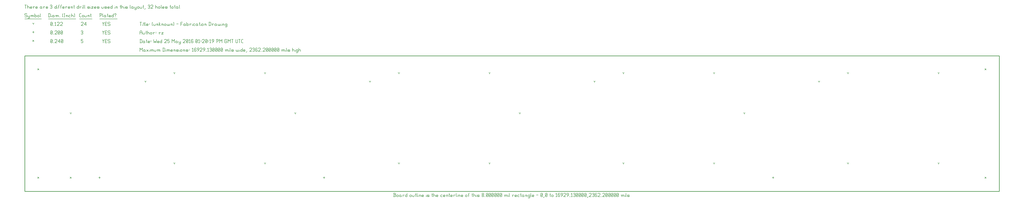
<source format=gbr>
G04 start of page 17 for group -3984 idx -3984 *
G04 Title: (unknown), fab *
G04 Creator: pcb 20110918 *
G04 CreationDate: Wed 25 May 2016 01:20:19 PM GMT UTC *
G04 For: rz *
G04 Format: Gerber/RS-274X *
G04 PCB-Dimensions: 1692913 236220 *
G04 PCB-Coordinate-Origin: lower left *
%MOIN*%
%FSLAX25Y25*%
%LNFAB*%
%ADD63C,0.0100*%
%ADD62C,0.0075*%
%ADD61C,0.0060*%
%ADD60C,0.0080*%
G54D60*X22400Y213820D02*X24800Y211420D01*
X22400D02*X24800Y213820D01*
X22400Y25020D02*X24800Y22620D01*
X22400D02*X24800Y25020D01*
X1667750Y213820D02*X1670150Y211420D01*
X1667750D02*X1670150Y213820D01*
X1667750Y25020D02*X1670150Y22620D01*
X1667750D02*X1670150Y25020D01*
X78800D02*X81200Y22620D01*
X78800D02*X81200Y25020D01*
X13800Y263670D02*X16200Y261270D01*
X13800D02*X16200Y263670D01*
G54D61*X135000Y264720D02*X136500Y261720D01*
X138000Y264720D01*
X136500Y261720D02*Y258720D01*
X139800Y262020D02*X142050D01*
X139800Y258720D02*X142800D01*
X139800Y264720D02*Y258720D01*
Y264720D02*X142800D01*
X147600D02*X148350Y263970D01*
X145350Y264720D02*X147600D01*
X144600Y263970D02*X145350Y264720D01*
X144600Y263970D02*Y262470D01*
X145350Y261720D01*
X147600D01*
X148350Y260970D01*
Y259470D01*
X147600Y258720D02*X148350Y259470D01*
X145350Y258720D02*X147600D01*
X144600Y259470D02*X145350Y258720D01*
X98000Y264720D02*X101000D01*
X98000D02*Y261720D01*
X98750Y262470D01*
X100250D01*
X101000Y261720D01*
Y259470D01*
X100250Y258720D02*X101000Y259470D01*
X98750Y258720D02*X100250D01*
X98000Y259470D02*X98750Y258720D01*
X45000Y259470D02*X45750Y258720D01*
X45000Y263970D02*Y259470D01*
Y263970D02*X45750Y264720D01*
X47250D01*
X48000Y263970D01*
Y259470D01*
X47250Y258720D02*X48000Y259470D01*
X45750Y258720D02*X47250D01*
X45000Y260220D02*X48000Y263220D01*
X49800Y258720D02*X50550D01*
X52350Y263970D02*X53100Y264720D01*
X55350D01*
X56100Y263970D01*
Y262470D01*
X52350Y258720D02*X56100Y262470D01*
X52350Y258720D02*X56100D01*
X57900Y260970D02*X60900Y264720D01*
X57900Y260970D02*X61650D01*
X60900Y264720D02*Y258720D01*
X63450Y259470D02*X64200Y258720D01*
X63450Y263970D02*Y259470D01*
Y263970D02*X64200Y264720D01*
X65700D01*
X66450Y263970D01*
Y259470D01*
X65700Y258720D02*X66450Y259470D01*
X64200Y258720D02*X65700D01*
X63450Y260220D02*X66450Y263220D01*
X130000Y25420D02*Y22220D01*
X128400Y23820D02*X131600D01*
X520000Y25420D02*Y22220D01*
X518400Y23820D02*X521600D01*
X1300000Y25420D02*Y22220D01*
X1298400Y23820D02*X1301600D01*
X15000Y279070D02*Y275870D01*
X13400Y277470D02*X16600D01*
X135000Y279720D02*X136500Y276720D01*
X138000Y279720D01*
X136500Y276720D02*Y273720D01*
X139800Y277020D02*X142050D01*
X139800Y273720D02*X142800D01*
X139800Y279720D02*Y273720D01*
Y279720D02*X142800D01*
X147600D02*X148350Y278970D01*
X145350Y279720D02*X147600D01*
X144600Y278970D02*X145350Y279720D01*
X144600Y278970D02*Y277470D01*
X145350Y276720D01*
X147600D01*
X148350Y275970D01*
Y274470D01*
X147600Y273720D02*X148350Y274470D01*
X145350Y273720D02*X147600D01*
X144600Y274470D02*X145350Y273720D01*
X98000Y278970D02*X98750Y279720D01*
X100250D01*
X101000Y278970D01*
X100250Y273720D02*X101000Y274470D01*
X98750Y273720D02*X100250D01*
X98000Y274470D02*X98750Y273720D01*
Y277020D02*X100250D01*
X101000Y278970D02*Y277770D01*
Y276270D02*Y274470D01*
Y276270D02*X100250Y277020D01*
X101000Y277770D02*X100250Y277020D01*
X45000Y274470D02*X45750Y273720D01*
X45000Y278970D02*Y274470D01*
Y278970D02*X45750Y279720D01*
X47250D01*
X48000Y278970D01*
Y274470D01*
X47250Y273720D02*X48000Y274470D01*
X45750Y273720D02*X47250D01*
X45000Y275220D02*X48000Y278220D01*
X49800Y273720D02*X50550D01*
X52350Y278970D02*X53100Y279720D01*
X55350D01*
X56100Y278970D01*
Y277470D01*
X52350Y273720D02*X56100Y277470D01*
X52350Y273720D02*X56100D01*
X57900Y274470D02*X58650Y273720D01*
X57900Y278970D02*Y274470D01*
Y278970D02*X58650Y279720D01*
X60150D01*
X60900Y278970D01*
Y274470D01*
X60150Y273720D02*X60900Y274470D01*
X58650Y273720D02*X60150D01*
X57900Y275220D02*X60900Y278220D01*
X62700Y274470D02*X63450Y273720D01*
X62700Y278970D02*Y274470D01*
Y278970D02*X63450Y279720D01*
X64950D01*
X65700Y278970D01*
Y274470D01*
X64950Y273720D02*X65700Y274470D01*
X63450Y273720D02*X64950D01*
X62700Y275220D02*X65700Y278220D01*
X80000Y136220D02*Y134620D01*
Y136220D02*X81387Y137020D01*
X80000Y136220D02*X78613Y137020D01*
X209900Y191320D02*Y189720D01*
Y191320D02*X211287Y192120D01*
X209900Y191320D02*X208513Y192120D01*
X260000Y206220D02*Y204620D01*
Y206220D02*X261387Y207020D01*
X260000Y206220D02*X258613Y207020D01*
X260000Y48720D02*Y47120D01*
Y48720D02*X261387Y49520D01*
X260000Y48720D02*X258613Y49520D01*
X417500Y48720D02*Y47120D01*
Y48720D02*X418887Y49520D01*
X417500Y48720D02*X416113Y49520D01*
X417500Y206220D02*Y204620D01*
Y206220D02*X418887Y207020D01*
X417500Y206220D02*X416113Y207020D01*
X470000Y136220D02*Y134620D01*
Y136220D02*X471387Y137020D01*
X470000Y136220D02*X468613Y137020D01*
X599900Y191320D02*Y189720D01*
Y191320D02*X601287Y192120D01*
X599900Y191320D02*X598513Y192120D01*
X650000Y206220D02*Y204620D01*
Y206220D02*X651387Y207020D01*
X650000Y206220D02*X648613Y207020D01*
X650000Y48720D02*Y47120D01*
Y48720D02*X651387Y49520D01*
X650000Y48720D02*X648613Y49520D01*
X807500Y48720D02*Y47120D01*
Y48720D02*X808887Y49520D01*
X807500Y48720D02*X806113Y49520D01*
X807500Y206220D02*Y204620D01*
Y206220D02*X808887Y207020D01*
X807500Y206220D02*X806113Y207020D01*
X860000Y136220D02*Y134620D01*
Y136220D02*X861387Y137020D01*
X860000Y136220D02*X858613Y137020D01*
X989900Y191320D02*Y189720D01*
Y191320D02*X991287Y192120D01*
X989900Y191320D02*X988513Y192120D01*
X1040000Y206220D02*Y204620D01*
Y206220D02*X1041387Y207020D01*
X1040000Y206220D02*X1038613Y207020D01*
X1040000Y48720D02*Y47120D01*
Y48720D02*X1041387Y49520D01*
X1040000Y48720D02*X1038613Y49520D01*
X1197500Y48720D02*Y47120D01*
Y48720D02*X1198887Y49520D01*
X1197500Y48720D02*X1196113Y49520D01*
X1197500Y206220D02*Y204620D01*
Y206220D02*X1198887Y207020D01*
X1197500Y206220D02*X1196113Y207020D01*
X1250000Y136220D02*Y134620D01*
Y136220D02*X1251387Y137020D01*
X1250000Y136220D02*X1248613Y137020D01*
X1379900Y191320D02*Y189720D01*
Y191320D02*X1381287Y192120D01*
X1379900Y191320D02*X1378513Y192120D01*
X1430000Y206220D02*Y204620D01*
Y206220D02*X1431387Y207020D01*
X1430000Y206220D02*X1428613Y207020D01*
X1430000Y48720D02*Y47120D01*
Y48720D02*X1431387Y49520D01*
X1430000Y48720D02*X1428613Y49520D01*
X1587500Y48720D02*Y47120D01*
Y48720D02*X1588887Y49520D01*
X1587500Y48720D02*X1586113Y49520D01*
X1587500Y206220D02*Y204620D01*
Y206220D02*X1588887Y207020D01*
X1587500Y206220D02*X1586113Y207020D01*
X15000Y292470D02*Y290870D01*
Y292470D02*X16387Y293270D01*
X15000Y292470D02*X13613Y293270D01*
X135000Y294720D02*X136500Y291720D01*
X138000Y294720D01*
X136500Y291720D02*Y288720D01*
X139800Y292020D02*X142050D01*
X139800Y288720D02*X142800D01*
X139800Y294720D02*Y288720D01*
Y294720D02*X142800D01*
X147600D02*X148350Y293970D01*
X145350Y294720D02*X147600D01*
X144600Y293970D02*X145350Y294720D01*
X144600Y293970D02*Y292470D01*
X145350Y291720D01*
X147600D01*
X148350Y290970D01*
Y289470D01*
X147600Y288720D02*X148350Y289470D01*
X145350Y288720D02*X147600D01*
X144600Y289470D02*X145350Y288720D01*
X98000Y293970D02*X98750Y294720D01*
X101000D01*
X101750Y293970D01*
Y292470D01*
X98000Y288720D02*X101750Y292470D01*
X98000Y288720D02*X101750D01*
X103550Y290970D02*X106550Y294720D01*
X103550Y290970D02*X107300D01*
X106550Y294720D02*Y288720D01*
X45000Y289470D02*X45750Y288720D01*
X45000Y293970D02*Y289470D01*
Y293970D02*X45750Y294720D01*
X47250D01*
X48000Y293970D01*
Y289470D01*
X47250Y288720D02*X48000Y289470D01*
X45750Y288720D02*X47250D01*
X45000Y290220D02*X48000Y293220D01*
X49800Y288720D02*X50550D01*
X52350Y293520D02*X53550Y294720D01*
Y288720D01*
X52350D02*X54600D01*
X56400Y293970D02*X57150Y294720D01*
X59400D01*
X60150Y293970D01*
Y292470D01*
X56400Y288720D02*X60150Y292470D01*
X56400Y288720D02*X60150D01*
X61950Y293970D02*X62700Y294720D01*
X64950D01*
X65700Y293970D01*
Y292470D01*
X61950Y288720D02*X65700Y292470D01*
X61950Y288720D02*X65700D01*
X3000Y309720D02*X3750Y308970D01*
X750Y309720D02*X3000D01*
X0Y308970D02*X750Y309720D01*
X0Y308970D02*Y307470D01*
X750Y306720D01*
X3000D01*
X3750Y305970D01*
Y304470D01*
X3000Y303720D02*X3750Y304470D01*
X750Y303720D02*X3000D01*
X0Y304470D02*X750Y303720D01*
X5550Y306720D02*Y304470D01*
X6300Y303720D01*
X8550Y306720D02*Y302220D01*
X7800Y301470D02*X8550Y302220D01*
X6300Y301470D02*X7800D01*
X5550Y302220D02*X6300Y301470D01*
Y303720D02*X7800D01*
X8550Y304470D01*
X11100Y305970D02*Y303720D01*
Y305970D02*X11850Y306720D01*
X12600D01*
X13350Y305970D01*
Y303720D01*
Y305970D02*X14100Y306720D01*
X14850D01*
X15600Y305970D01*
Y303720D01*
X10350Y306720D02*X11100Y305970D01*
X17400Y309720D02*Y303720D01*
Y304470D02*X18150Y303720D01*
X19650D01*
X20400Y304470D01*
Y305970D02*Y304470D01*
X19650Y306720D02*X20400Y305970D01*
X18150Y306720D02*X19650D01*
X17400Y305970D02*X18150Y306720D01*
X22200Y305970D02*Y304470D01*
Y305970D02*X22950Y306720D01*
X24450D01*
X25200Y305970D01*
Y304470D01*
X24450Y303720D02*X25200Y304470D01*
X22950Y303720D02*X24450D01*
X22200Y304470D02*X22950Y303720D01*
X27000Y309720D02*Y304470D01*
X27750Y303720D01*
X0Y300470D02*X29250D01*
X41750Y309720D02*Y303720D01*
X43700Y309720D02*X44750Y308670D01*
Y304770D01*
X43700Y303720D02*X44750Y304770D01*
X41000Y303720D02*X43700D01*
X41000Y309720D02*X43700D01*
G54D62*X46550Y308220D02*Y308070D01*
G54D61*Y305970D02*Y303720D01*
X50300Y306720D02*X51050Y305970D01*
X48800Y306720D02*X50300D01*
X48050Y305970D02*X48800Y306720D01*
X48050Y305970D02*Y304470D01*
X48800Y303720D01*
X51050Y306720D02*Y304470D01*
X51800Y303720D01*
X48800D02*X50300D01*
X51050Y304470D01*
X54350Y305970D02*Y303720D01*
Y305970D02*X55100Y306720D01*
X55850D01*
X56600Y305970D01*
Y303720D01*
Y305970D02*X57350Y306720D01*
X58100D01*
X58850Y305970D01*
Y303720D01*
X53600Y306720D02*X54350Y305970D01*
X60650Y303720D02*X61400D01*
X65900Y304470D02*X66650Y303720D01*
X65900Y308970D02*X66650Y309720D01*
X65900Y308970D02*Y304470D01*
X68450Y309720D02*X69950D01*
X69200D02*Y303720D01*
X68450D02*X69950D01*
X72500Y305970D02*Y303720D01*
Y305970D02*X73250Y306720D01*
X74000D01*
X74750Y305970D01*
Y303720D01*
X71750Y306720D02*X72500Y305970D01*
X77300Y306720D02*X79550D01*
X76550Y305970D02*X77300Y306720D01*
X76550Y305970D02*Y304470D01*
X77300Y303720D01*
X79550D01*
X81350Y309720D02*Y303720D01*
Y305970D02*X82100Y306720D01*
X83600D01*
X84350Y305970D01*
Y303720D01*
X86150Y309720D02*X86900Y308970D01*
Y304470D01*
X86150Y303720D02*X86900Y304470D01*
X41000Y300470D02*X88700D01*
X96050Y303720D02*X98000D01*
X95000Y304770D02*X96050Y303720D01*
X95000Y308670D02*Y304770D01*
Y308670D02*X96050Y309720D01*
X98000D01*
X99800Y305970D02*Y304470D01*
Y305970D02*X100550Y306720D01*
X102050D01*
X102800Y305970D01*
Y304470D01*
X102050Y303720D02*X102800Y304470D01*
X100550Y303720D02*X102050D01*
X99800Y304470D02*X100550Y303720D01*
X104600Y306720D02*Y304470D01*
X105350Y303720D01*
X106850D01*
X107600Y304470D01*
Y306720D02*Y304470D01*
X110150Y305970D02*Y303720D01*
Y305970D02*X110900Y306720D01*
X111650D01*
X112400Y305970D01*
Y303720D01*
X109400Y306720D02*X110150Y305970D01*
X114950Y309720D02*Y304470D01*
X115700Y303720D01*
X114200Y307470D02*X115700D01*
X95000Y300470D02*X117200D01*
X130750Y309720D02*Y303720D01*
X130000Y309720D02*X133000D01*
X133750Y308970D01*
Y307470D01*
X133000Y306720D02*X133750Y307470D01*
X130750Y306720D02*X133000D01*
X135550Y309720D02*Y304470D01*
X136300Y303720D01*
X140050Y306720D02*X140800Y305970D01*
X138550Y306720D02*X140050D01*
X137800Y305970D02*X138550Y306720D01*
X137800Y305970D02*Y304470D01*
X138550Y303720D01*
X140800Y306720D02*Y304470D01*
X141550Y303720D01*
X138550D02*X140050D01*
X140800Y304470D01*
X144100Y309720D02*Y304470D01*
X144850Y303720D01*
X143350Y307470D02*X144850D01*
X147100Y303720D02*X149350D01*
X146350Y304470D02*X147100Y303720D01*
X146350Y305970D02*Y304470D01*
Y305970D02*X147100Y306720D01*
X148600D01*
X149350Y305970D01*
X146350Y305220D02*X149350D01*
Y305970D02*Y305220D01*
X154150Y309720D02*Y303720D01*
X153400D02*X154150Y304470D01*
X151900Y303720D02*X153400D01*
X151150Y304470D02*X151900Y303720D01*
X151150Y305970D02*Y304470D01*
Y305970D02*X151900Y306720D01*
X153400D01*
X154150Y305970D01*
X157450Y306720D02*Y305970D01*
Y304470D02*Y303720D01*
X155950Y308970D02*Y308220D01*
Y308970D02*X156700Y309720D01*
X158200D01*
X158950Y308970D01*
Y308220D01*
X157450Y306720D02*X158950Y308220D01*
X130000Y300470D02*X160750D01*
X0Y324720D02*X3000D01*
X1500D02*Y318720D01*
X4800Y324720D02*Y318720D01*
Y320970D02*X5550Y321720D01*
X7050D01*
X7800Y320970D01*
Y318720D01*
X10350D02*X12600D01*
X9600Y319470D02*X10350Y318720D01*
X9600Y320970D02*Y319470D01*
Y320970D02*X10350Y321720D01*
X11850D01*
X12600Y320970D01*
X9600Y320220D02*X12600D01*
Y320970D02*Y320220D01*
X15150Y320970D02*Y318720D01*
Y320970D02*X15900Y321720D01*
X17400D01*
X14400D02*X15150Y320970D01*
X19950Y318720D02*X22200D01*
X19200Y319470D02*X19950Y318720D01*
X19200Y320970D02*Y319470D01*
Y320970D02*X19950Y321720D01*
X21450D01*
X22200Y320970D01*
X19200Y320220D02*X22200D01*
Y320970D02*Y320220D01*
X28950Y321720D02*X29700Y320970D01*
X27450Y321720D02*X28950D01*
X26700Y320970D02*X27450Y321720D01*
X26700Y320970D02*Y319470D01*
X27450Y318720D01*
X29700Y321720D02*Y319470D01*
X30450Y318720D01*
X27450D02*X28950D01*
X29700Y319470D01*
X33000Y320970D02*Y318720D01*
Y320970D02*X33750Y321720D01*
X35250D01*
X32250D02*X33000Y320970D01*
X37800Y318720D02*X40050D01*
X37050Y319470D02*X37800Y318720D01*
X37050Y320970D02*Y319470D01*
Y320970D02*X37800Y321720D01*
X39300D01*
X40050Y320970D01*
X37050Y320220D02*X40050D01*
Y320970D02*Y320220D01*
X44550Y323970D02*X45300Y324720D01*
X46800D01*
X47550Y323970D01*
X46800Y318720D02*X47550Y319470D01*
X45300Y318720D02*X46800D01*
X44550Y319470D02*X45300Y318720D01*
Y322020D02*X46800D01*
X47550Y323970D02*Y322770D01*
Y321270D02*Y319470D01*
Y321270D02*X46800Y322020D01*
X47550Y322770D02*X46800Y322020D01*
X55050Y324720D02*Y318720D01*
X54300D02*X55050Y319470D01*
X52800Y318720D02*X54300D01*
X52050Y319470D02*X52800Y318720D01*
X52050Y320970D02*Y319470D01*
Y320970D02*X52800Y321720D01*
X54300D01*
X55050Y320970D01*
G54D62*X56850Y323220D02*Y323070D01*
G54D61*Y320970D02*Y318720D01*
X59100Y323970D02*Y318720D01*
Y323970D02*X59850Y324720D01*
X60600D01*
X58350Y321720D02*X59850D01*
X62850Y323970D02*Y318720D01*
Y323970D02*X63600Y324720D01*
X64350D01*
X62100Y321720D02*X63600D01*
X66600Y318720D02*X68850D01*
X65850Y319470D02*X66600Y318720D01*
X65850Y320970D02*Y319470D01*
Y320970D02*X66600Y321720D01*
X68100D01*
X68850Y320970D01*
X65850Y320220D02*X68850D01*
Y320970D02*Y320220D01*
X71400Y320970D02*Y318720D01*
Y320970D02*X72150Y321720D01*
X73650D01*
X70650D02*X71400Y320970D01*
X76200Y318720D02*X78450D01*
X75450Y319470D02*X76200Y318720D01*
X75450Y320970D02*Y319470D01*
Y320970D02*X76200Y321720D01*
X77700D01*
X78450Y320970D01*
X75450Y320220D02*X78450D01*
Y320970D02*Y320220D01*
X81000Y320970D02*Y318720D01*
Y320970D02*X81750Y321720D01*
X82500D01*
X83250Y320970D01*
Y318720D01*
X80250Y321720D02*X81000Y320970D01*
X85800Y324720D02*Y319470D01*
X86550Y318720D01*
X85050Y322470D02*X86550D01*
X93750Y324720D02*Y318720D01*
X93000D02*X93750Y319470D01*
X91500Y318720D02*X93000D01*
X90750Y319470D02*X91500Y318720D01*
X90750Y320970D02*Y319470D01*
Y320970D02*X91500Y321720D01*
X93000D01*
X93750Y320970D01*
X96300D02*Y318720D01*
Y320970D02*X97050Y321720D01*
X98550D01*
X95550D02*X96300Y320970D01*
G54D62*X100350Y323220D02*Y323070D01*
G54D61*Y320970D02*Y318720D01*
X101850Y324720D02*Y319470D01*
X102600Y318720D01*
X104100Y324720D02*Y319470D01*
X104850Y318720D01*
X109800D02*X112050D01*
X112800Y319470D01*
X112050Y320220D02*X112800Y319470D01*
X109800Y320220D02*X112050D01*
X109050Y320970D02*X109800Y320220D01*
X109050Y320970D02*X109800Y321720D01*
X112050D01*
X112800Y320970D01*
X109050Y319470D02*X109800Y318720D01*
G54D62*X114600Y323220D02*Y323070D01*
G54D61*Y320970D02*Y318720D01*
X116100Y321720D02*X119100D01*
X116100Y318720D02*X119100Y321720D01*
X116100Y318720D02*X119100D01*
X121650D02*X123900D01*
X120900Y319470D02*X121650Y318720D01*
X120900Y320970D02*Y319470D01*
Y320970D02*X121650Y321720D01*
X123150D01*
X123900Y320970D01*
X120900Y320220D02*X123900D01*
Y320970D02*Y320220D01*
X126450Y318720D02*X128700D01*
X129450Y319470D01*
X128700Y320220D02*X129450Y319470D01*
X126450Y320220D02*X128700D01*
X125700Y320970D02*X126450Y320220D01*
X125700Y320970D02*X126450Y321720D01*
X128700D01*
X129450Y320970D01*
X125700Y319470D02*X126450Y318720D01*
X133950Y321720D02*Y319470D01*
X134700Y318720D01*
X136200D01*
X136950Y319470D01*
Y321720D02*Y319470D01*
X139500Y318720D02*X141750D01*
X142500Y319470D01*
X141750Y320220D02*X142500Y319470D01*
X139500Y320220D02*X141750D01*
X138750Y320970D02*X139500Y320220D01*
X138750Y320970D02*X139500Y321720D01*
X141750D01*
X142500Y320970D01*
X138750Y319470D02*X139500Y318720D01*
X145050D02*X147300D01*
X144300Y319470D02*X145050Y318720D01*
X144300Y320970D02*Y319470D01*
Y320970D02*X145050Y321720D01*
X146550D01*
X147300Y320970D01*
X144300Y320220D02*X147300D01*
Y320970D02*Y320220D01*
X152100Y324720D02*Y318720D01*
X151350D02*X152100Y319470D01*
X149850Y318720D02*X151350D01*
X149100Y319470D02*X149850Y318720D01*
X149100Y320970D02*Y319470D01*
Y320970D02*X149850Y321720D01*
X151350D01*
X152100Y320970D01*
G54D62*X156600Y323220D02*Y323070D01*
G54D61*Y320970D02*Y318720D01*
X158850Y320970D02*Y318720D01*
Y320970D02*X159600Y321720D01*
X160350D01*
X161100Y320970D01*
Y318720D01*
X158100Y321720D02*X158850Y320970D01*
X166350Y324720D02*Y319470D01*
X167100Y318720D01*
X165600Y322470D02*X167100D01*
X168600Y324720D02*Y318720D01*
Y320970D02*X169350Y321720D01*
X170850D01*
X171600Y320970D01*
Y318720D01*
G54D62*X173400Y323220D02*Y323070D01*
G54D61*Y320970D02*Y318720D01*
X175650D02*X177900D01*
X178650Y319470D01*
X177900Y320220D02*X178650Y319470D01*
X175650Y320220D02*X177900D01*
X174900Y320970D02*X175650Y320220D01*
X174900Y320970D02*X175650Y321720D01*
X177900D01*
X178650Y320970D01*
X174900Y319470D02*X175650Y318720D01*
X183150Y324720D02*Y319470D01*
X183900Y318720D01*
X187650Y321720D02*X188400Y320970D01*
X186150Y321720D02*X187650D01*
X185400Y320970D02*X186150Y321720D01*
X185400Y320970D02*Y319470D01*
X186150Y318720D01*
X188400Y321720D02*Y319470D01*
X189150Y318720D01*
X186150D02*X187650D01*
X188400Y319470D01*
X190950Y321720D02*Y319470D01*
X191700Y318720D01*
X193950Y321720D02*Y317220D01*
X193200Y316470D02*X193950Y317220D01*
X191700Y316470D02*X193200D01*
X190950Y317220D02*X191700Y316470D01*
Y318720D02*X193200D01*
X193950Y319470D01*
X195750Y320970D02*Y319470D01*
Y320970D02*X196500Y321720D01*
X198000D01*
X198750Y320970D01*
Y319470D01*
X198000Y318720D02*X198750Y319470D01*
X196500Y318720D02*X198000D01*
X195750Y319470D02*X196500Y318720D01*
X200550Y321720D02*Y319470D01*
X201300Y318720D01*
X202800D01*
X203550Y319470D01*
Y321720D02*Y319470D01*
X206100Y324720D02*Y319470D01*
X206850Y318720D01*
X205350Y322470D02*X206850D01*
X208350Y317220D02*X209850Y318720D01*
X214350Y323970D02*X215100Y324720D01*
X216600D01*
X217350Y323970D01*
X216600Y318720D02*X217350Y319470D01*
X215100Y318720D02*X216600D01*
X214350Y319470D02*X215100Y318720D01*
Y322020D02*X216600D01*
X217350Y323970D02*Y322770D01*
Y321270D02*Y319470D01*
Y321270D02*X216600Y322020D01*
X217350Y322770D02*X216600Y322020D01*
X219150Y323970D02*X219900Y324720D01*
X222150D01*
X222900Y323970D01*
Y322470D01*
X219150Y318720D02*X222900Y322470D01*
X219150Y318720D02*X222900D01*
X227400Y324720D02*Y318720D01*
Y320970D02*X228150Y321720D01*
X229650D01*
X230400Y320970D01*
Y318720D01*
X232200Y320970D02*Y319470D01*
Y320970D02*X232950Y321720D01*
X234450D01*
X235200Y320970D01*
Y319470D01*
X234450Y318720D02*X235200Y319470D01*
X232950Y318720D02*X234450D01*
X232200Y319470D02*X232950Y318720D01*
X237000Y324720D02*Y319470D01*
X237750Y318720D01*
X240000D02*X242250D01*
X239250Y319470D02*X240000Y318720D01*
X239250Y320970D02*Y319470D01*
Y320970D02*X240000Y321720D01*
X241500D01*
X242250Y320970D01*
X239250Y320220D02*X242250D01*
Y320970D02*Y320220D01*
X244800Y318720D02*X247050D01*
X247800Y319470D01*
X247050Y320220D02*X247800Y319470D01*
X244800Y320220D02*X247050D01*
X244050Y320970D02*X244800Y320220D01*
X244050Y320970D02*X244800Y321720D01*
X247050D01*
X247800Y320970D01*
X244050Y319470D02*X244800Y318720D01*
X253050Y324720D02*Y319470D01*
X253800Y318720D01*
X252300Y322470D02*X253800D01*
X255300Y320970D02*Y319470D01*
Y320970D02*X256050Y321720D01*
X257550D01*
X258300Y320970D01*
Y319470D01*
X257550Y318720D02*X258300Y319470D01*
X256050Y318720D02*X257550D01*
X255300Y319470D02*X256050Y318720D01*
X260850Y324720D02*Y319470D01*
X261600Y318720D01*
X260100Y322470D02*X261600D01*
X265350Y321720D02*X266100Y320970D01*
X263850Y321720D02*X265350D01*
X263100Y320970D02*X263850Y321720D01*
X263100Y320970D02*Y319470D01*
X263850Y318720D01*
X266100Y321720D02*Y319470D01*
X266850Y318720D01*
X263850D02*X265350D01*
X266100Y319470D01*
X268650Y324720D02*Y319470D01*
X269400Y318720D01*
G54D63*X0Y236220D02*X1692913D01*
X0D02*Y0D01*
X1692913Y236220D02*Y0D01*
X0D02*X1692913D01*
G54D61*X200000Y249720D02*Y243720D01*
Y249720D02*X202250Y246720D01*
X204500Y249720D01*
Y243720D01*
X208550Y246720D02*X209300Y245970D01*
X207050Y246720D02*X208550D01*
X206300Y245970D02*X207050Y246720D01*
X206300Y245970D02*Y244470D01*
X207050Y243720D01*
X209300Y246720D02*Y244470D01*
X210050Y243720D01*
X207050D02*X208550D01*
X209300Y244470D01*
X211850Y246720D02*X214850Y243720D01*
X211850D02*X214850Y246720D01*
G54D62*X216650Y248220D02*Y248070D01*
G54D61*Y245970D02*Y243720D01*
X218900Y245970D02*Y243720D01*
Y245970D02*X219650Y246720D01*
X220400D01*
X221150Y245970D01*
Y243720D01*
Y245970D02*X221900Y246720D01*
X222650D01*
X223400Y245970D01*
Y243720D01*
X218150Y246720D02*X218900Y245970D01*
X225200Y246720D02*Y244470D01*
X225950Y243720D01*
X227450D01*
X228200Y244470D01*
Y246720D02*Y244470D01*
X230750Y245970D02*Y243720D01*
Y245970D02*X231500Y246720D01*
X232250D01*
X233000Y245970D01*
Y243720D01*
Y245970D02*X233750Y246720D01*
X234500D01*
X235250Y245970D01*
Y243720D01*
X230000Y246720D02*X230750Y245970D01*
X240500Y249720D02*Y243720D01*
X242450Y249720D02*X243500Y248670D01*
Y244770D01*
X242450Y243720D02*X243500Y244770D01*
X239750Y243720D02*X242450D01*
X239750Y249720D02*X242450D01*
G54D62*X245300Y248220D02*Y248070D01*
G54D61*Y245970D02*Y243720D01*
X247550Y245970D02*Y243720D01*
Y245970D02*X248300Y246720D01*
X249050D01*
X249800Y245970D01*
Y243720D01*
Y245970D02*X250550Y246720D01*
X251300D01*
X252050Y245970D01*
Y243720D01*
X246800Y246720D02*X247550Y245970D01*
X254600Y243720D02*X256850D01*
X253850Y244470D02*X254600Y243720D01*
X253850Y245970D02*Y244470D01*
Y245970D02*X254600Y246720D01*
X256100D01*
X256850Y245970D01*
X253850Y245220D02*X256850D01*
Y245970D02*Y245220D01*
X259400Y245970D02*Y243720D01*
Y245970D02*X260150Y246720D01*
X260900D01*
X261650Y245970D01*
Y243720D01*
X258650Y246720D02*X259400Y245970D01*
X264200Y243720D02*X266450D01*
X267200Y244470D01*
X266450Y245220D02*X267200Y244470D01*
X264200Y245220D02*X266450D01*
X263450Y245970D02*X264200Y245220D01*
X263450Y245970D02*X264200Y246720D01*
X266450D01*
X267200Y245970D01*
X263450Y244470D02*X264200Y243720D01*
G54D62*X269000Y248220D02*Y248070D01*
G54D61*Y245970D02*Y243720D01*
X270500Y245970D02*Y244470D01*
Y245970D02*X271250Y246720D01*
X272750D01*
X273500Y245970D01*
Y244470D01*
X272750Y243720D02*X273500Y244470D01*
X271250Y243720D02*X272750D01*
X270500Y244470D02*X271250Y243720D01*
X276050Y245970D02*Y243720D01*
Y245970D02*X276800Y246720D01*
X277550D01*
X278300Y245970D01*
Y243720D01*
X275300Y246720D02*X276050Y245970D01*
X280850Y243720D02*X283100D01*
X283850Y244470D01*
X283100Y245220D02*X283850Y244470D01*
X280850Y245220D02*X283100D01*
X280100Y245970D02*X280850Y245220D01*
X280100Y245970D02*X280850Y246720D01*
X283100D01*
X283850Y245970D01*
X280100Y244470D02*X280850Y243720D01*
X285650Y247470D02*X286400D01*
X285650Y245970D02*X286400D01*
X290900Y248520D02*X292100Y249720D01*
Y243720D01*
X290900D02*X293150D01*
X297200Y249720D02*X297950Y248970D01*
X295700Y249720D02*X297200D01*
X294950Y248970D02*X295700Y249720D01*
X294950Y248970D02*Y244470D01*
X295700Y243720D01*
X297200Y247020D02*X297950Y246270D01*
X294950Y247020D02*X297200D01*
X295700Y243720D02*X297200D01*
X297950Y244470D01*
Y246270D02*Y244470D01*
X300500Y243720D02*X302750Y246720D01*
Y248970D02*Y246720D01*
X302000Y249720D02*X302750Y248970D01*
X300500Y249720D02*X302000D01*
X299750Y248970D02*X300500Y249720D01*
X299750Y248970D02*Y247470D01*
X300500Y246720D01*
X302750D01*
X304550Y248970D02*X305300Y249720D01*
X307550D01*
X308300Y248970D01*
Y247470D01*
X304550Y243720D02*X308300Y247470D01*
X304550Y243720D02*X308300D01*
X310850D02*X313100Y246720D01*
Y248970D02*Y246720D01*
X312350Y249720D02*X313100Y248970D01*
X310850Y249720D02*X312350D01*
X310100Y248970D02*X310850Y249720D01*
X310100Y248970D02*Y247470D01*
X310850Y246720D01*
X313100D01*
X314900Y243720D02*X315650D01*
X317450Y248520D02*X318650Y249720D01*
Y243720D01*
X317450D02*X319700D01*
X321500Y248970D02*X322250Y249720D01*
X323750D01*
X324500Y248970D01*
X323750Y243720D02*X324500Y244470D01*
X322250Y243720D02*X323750D01*
X321500Y244470D02*X322250Y243720D01*
Y247020D02*X323750D01*
X324500Y248970D02*Y247770D01*
Y246270D02*Y244470D01*
Y246270D02*X323750Y247020D01*
X324500Y247770D02*X323750Y247020D01*
X326300Y244470D02*X327050Y243720D01*
X326300Y248970D02*Y244470D01*
Y248970D02*X327050Y249720D01*
X328550D01*
X329300Y248970D01*
Y244470D01*
X328550Y243720D02*X329300Y244470D01*
X327050Y243720D02*X328550D01*
X326300Y245220D02*X329300Y248220D01*
X331100Y244470D02*X331850Y243720D01*
X331100Y248970D02*Y244470D01*
Y248970D02*X331850Y249720D01*
X333350D01*
X334100Y248970D01*
Y244470D01*
X333350Y243720D02*X334100Y244470D01*
X331850Y243720D02*X333350D01*
X331100Y245220D02*X334100Y248220D01*
X335900Y244470D02*X336650Y243720D01*
X335900Y248970D02*Y244470D01*
Y248970D02*X336650Y249720D01*
X338150D01*
X338900Y248970D01*
Y244470D01*
X338150Y243720D02*X338900Y244470D01*
X336650Y243720D02*X338150D01*
X335900Y245220D02*X338900Y248220D01*
X340700Y244470D02*X341450Y243720D01*
X340700Y248970D02*Y244470D01*
Y248970D02*X341450Y249720D01*
X342950D01*
X343700Y248970D01*
Y244470D01*
X342950Y243720D02*X343700Y244470D01*
X341450Y243720D02*X342950D01*
X340700Y245220D02*X343700Y248220D01*
X348950Y245970D02*Y243720D01*
Y245970D02*X349700Y246720D01*
X350450D01*
X351200Y245970D01*
Y243720D01*
Y245970D02*X351950Y246720D01*
X352700D01*
X353450Y245970D01*
Y243720D01*
X348200Y246720D02*X348950Y245970D01*
G54D62*X355250Y248220D02*Y248070D01*
G54D61*Y245970D02*Y243720D01*
X356750Y249720D02*Y244470D01*
X357500Y243720D01*
X359750D02*X362000D01*
X362750Y244470D01*
X362000Y245220D02*X362750Y244470D01*
X359750Y245220D02*X362000D01*
X359000Y245970D02*X359750Y245220D01*
X359000Y245970D02*X359750Y246720D01*
X362000D01*
X362750Y245970D01*
X359000Y244470D02*X359750Y243720D01*
X367250Y246720D02*Y244470D01*
X368000Y243720D01*
X368750D01*
X369500Y244470D01*
Y246720D02*Y244470D01*
X370250Y243720D01*
X371000D01*
X371750Y244470D01*
Y246720D02*Y244470D01*
G54D62*X373550Y248220D02*Y248070D01*
G54D61*Y245970D02*Y243720D01*
X378050Y249720D02*Y243720D01*
X377300D02*X378050Y244470D01*
X375800Y243720D02*X377300D01*
X375050Y244470D02*X375800Y243720D01*
X375050Y245970D02*Y244470D01*
Y245970D02*X375800Y246720D01*
X377300D01*
X378050Y245970D01*
X380600Y243720D02*X382850D01*
X379850Y244470D02*X380600Y243720D01*
X379850Y245970D02*Y244470D01*
Y245970D02*X380600Y246720D01*
X382100D01*
X382850Y245970D01*
X379850Y245220D02*X382850D01*
Y245970D02*Y245220D01*
X384650Y242220D02*X386150Y243720D01*
X390650Y248970D02*X391400Y249720D01*
X393650D01*
X394400Y248970D01*
Y247470D01*
X390650Y243720D02*X394400Y247470D01*
X390650Y243720D02*X394400D01*
X396200Y248970D02*X396950Y249720D01*
X398450D01*
X399200Y248970D01*
X398450Y243720D02*X399200Y244470D01*
X396950Y243720D02*X398450D01*
X396200Y244470D02*X396950Y243720D01*
Y247020D02*X398450D01*
X399200Y248970D02*Y247770D01*
Y246270D02*Y244470D01*
Y246270D02*X398450Y247020D01*
X399200Y247770D02*X398450Y247020D01*
X403250Y249720D02*X404000Y248970D01*
X401750Y249720D02*X403250D01*
X401000Y248970D02*X401750Y249720D01*
X401000Y248970D02*Y244470D01*
X401750Y243720D01*
X403250Y247020D02*X404000Y246270D01*
X401000Y247020D02*X403250D01*
X401750Y243720D02*X403250D01*
X404000Y244470D01*
Y246270D02*Y244470D01*
X405800Y248970D02*X406550Y249720D01*
X408800D01*
X409550Y248970D01*
Y247470D01*
X405800Y243720D02*X409550Y247470D01*
X405800Y243720D02*X409550D01*
X411350D02*X412100D01*
X413900Y248970D02*X414650Y249720D01*
X416900D01*
X417650Y248970D01*
Y247470D01*
X413900Y243720D02*X417650Y247470D01*
X413900Y243720D02*X417650D01*
X419450Y244470D02*X420200Y243720D01*
X419450Y248970D02*Y244470D01*
Y248970D02*X420200Y249720D01*
X421700D01*
X422450Y248970D01*
Y244470D01*
X421700Y243720D02*X422450Y244470D01*
X420200Y243720D02*X421700D01*
X419450Y245220D02*X422450Y248220D01*
X424250Y244470D02*X425000Y243720D01*
X424250Y248970D02*Y244470D01*
Y248970D02*X425000Y249720D01*
X426500D01*
X427250Y248970D01*
Y244470D01*
X426500Y243720D02*X427250Y244470D01*
X425000Y243720D02*X426500D01*
X424250Y245220D02*X427250Y248220D01*
X429050Y244470D02*X429800Y243720D01*
X429050Y248970D02*Y244470D01*
Y248970D02*X429800Y249720D01*
X431300D01*
X432050Y248970D01*
Y244470D01*
X431300Y243720D02*X432050Y244470D01*
X429800Y243720D02*X431300D01*
X429050Y245220D02*X432050Y248220D01*
X433850Y244470D02*X434600Y243720D01*
X433850Y248970D02*Y244470D01*
Y248970D02*X434600Y249720D01*
X436100D01*
X436850Y248970D01*
Y244470D01*
X436100Y243720D02*X436850Y244470D01*
X434600Y243720D02*X436100D01*
X433850Y245220D02*X436850Y248220D01*
X438650Y244470D02*X439400Y243720D01*
X438650Y248970D02*Y244470D01*
Y248970D02*X439400Y249720D01*
X440900D01*
X441650Y248970D01*
Y244470D01*
X440900Y243720D02*X441650Y244470D01*
X439400Y243720D02*X440900D01*
X438650Y245220D02*X441650Y248220D01*
X446900Y245970D02*Y243720D01*
Y245970D02*X447650Y246720D01*
X448400D01*
X449150Y245970D01*
Y243720D01*
Y245970D02*X449900Y246720D01*
X450650D01*
X451400Y245970D01*
Y243720D01*
X446150Y246720D02*X446900Y245970D01*
G54D62*X453200Y248220D02*Y248070D01*
G54D61*Y245970D02*Y243720D01*
X454700Y249720D02*Y244470D01*
X455450Y243720D01*
X457700D02*X459950D01*
X460700Y244470D01*
X459950Y245220D02*X460700Y244470D01*
X457700Y245220D02*X459950D01*
X456950Y245970D02*X457700Y245220D01*
X456950Y245970D02*X457700Y246720D01*
X459950D01*
X460700Y245970D01*
X456950Y244470D02*X457700Y243720D01*
X465200Y249720D02*Y243720D01*
Y245970D02*X465950Y246720D01*
X467450D01*
X468200Y245970D01*
Y243720D01*
G54D62*X470000Y248220D02*Y248070D01*
G54D61*Y245970D02*Y243720D01*
X473750Y246720D02*X474500Y245970D01*
X472250Y246720D02*X473750D01*
X471500Y245970D02*X472250Y246720D01*
X471500Y245970D02*Y244470D01*
X472250Y243720D01*
X473750D01*
X474500Y244470D01*
X471500Y242220D02*X472250Y241470D01*
X473750D01*
X474500Y242220D01*
Y246720D02*Y242220D01*
X476300Y249720D02*Y243720D01*
Y245970D02*X477050Y246720D01*
X478550D01*
X479300Y245970D01*
Y243720D01*
X640581Y-9500D02*X643581D01*
X644331Y-8750D01*
Y-6950D02*Y-8750D01*
X643581Y-6200D02*X644331Y-6950D01*
X641331Y-6200D02*X643581D01*
X641331Y-3500D02*Y-9500D01*
X640581Y-3500D02*X643581D01*
X644331Y-4250D01*
Y-5450D01*
X643581Y-6200D02*X644331Y-5450D01*
X646131Y-7250D02*Y-8750D01*
Y-7250D02*X646881Y-6500D01*
X648381D01*
X649131Y-7250D01*
Y-8750D01*
X648381Y-9500D02*X649131Y-8750D01*
X646881Y-9500D02*X648381D01*
X646131Y-8750D02*X646881Y-9500D01*
X653181Y-6500D02*X653931Y-7250D01*
X651681Y-6500D02*X653181D01*
X650931Y-7250D02*X651681Y-6500D01*
X650931Y-7250D02*Y-8750D01*
X651681Y-9500D01*
X653931Y-6500D02*Y-8750D01*
X654681Y-9500D01*
X651681D02*X653181D01*
X653931Y-8750D01*
X657231Y-7250D02*Y-9500D01*
Y-7250D02*X657981Y-6500D01*
X659481D01*
X656481D02*X657231Y-7250D01*
X664281Y-3500D02*Y-9500D01*
X663531D02*X664281Y-8750D01*
X662031Y-9500D02*X663531D01*
X661281Y-8750D02*X662031Y-9500D01*
X661281Y-7250D02*Y-8750D01*
Y-7250D02*X662031Y-6500D01*
X663531D01*
X664281Y-7250D01*
X668781D02*Y-8750D01*
Y-7250D02*X669531Y-6500D01*
X671031D01*
X671781Y-7250D01*
Y-8750D01*
X671031Y-9500D02*X671781Y-8750D01*
X669531Y-9500D02*X671031D01*
X668781Y-8750D02*X669531Y-9500D01*
X673581Y-6500D02*Y-8750D01*
X674331Y-9500D01*
X675831D01*
X676581Y-8750D01*
Y-6500D02*Y-8750D01*
X679131Y-3500D02*Y-8750D01*
X679881Y-9500D01*
X678381Y-5750D02*X679881D01*
X681381Y-3500D02*Y-8750D01*
X682131Y-9500D01*
G54D62*X683631Y-5000D02*Y-5150D01*
G54D61*Y-7250D02*Y-9500D01*
X685881Y-7250D02*Y-9500D01*
Y-7250D02*X686631Y-6500D01*
X687381D01*
X688131Y-7250D01*
Y-9500D01*
X685131Y-6500D02*X685881Y-7250D01*
X690681Y-9500D02*X692931D01*
X689931Y-8750D02*X690681Y-9500D01*
X689931Y-7250D02*Y-8750D01*
Y-7250D02*X690681Y-6500D01*
X692181D01*
X692931Y-7250D01*
X689931Y-8000D02*X692931D01*
Y-7250D02*Y-8000D01*
G54D62*X697431Y-5000D02*Y-5150D01*
G54D61*Y-7250D02*Y-9500D01*
X699681D02*X701931D01*
X702681Y-8750D01*
X701931Y-8000D02*X702681Y-8750D01*
X699681Y-8000D02*X701931D01*
X698931Y-7250D02*X699681Y-8000D01*
X698931Y-7250D02*X699681Y-6500D01*
X701931D01*
X702681Y-7250D01*
X698931Y-8750D02*X699681Y-9500D01*
X707931Y-3500D02*Y-8750D01*
X708681Y-9500D01*
X707181Y-5750D02*X708681D01*
X710181Y-3500D02*Y-9500D01*
Y-7250D02*X710931Y-6500D01*
X712431D01*
X713181Y-7250D01*
Y-9500D01*
X715731D02*X717981D01*
X714981Y-8750D02*X715731Y-9500D01*
X714981Y-7250D02*Y-8750D01*
Y-7250D02*X715731Y-6500D01*
X717231D01*
X717981Y-7250D01*
X714981Y-8000D02*X717981D01*
Y-7250D02*Y-8000D01*
X723231Y-6500D02*X725481D01*
X722481Y-7250D02*X723231Y-6500D01*
X722481Y-7250D02*Y-8750D01*
X723231Y-9500D01*
X725481D01*
X728031D02*X730281D01*
X727281Y-8750D02*X728031Y-9500D01*
X727281Y-7250D02*Y-8750D01*
Y-7250D02*X728031Y-6500D01*
X729531D01*
X730281Y-7250D01*
X727281Y-8000D02*X730281D01*
Y-7250D02*Y-8000D01*
X732831Y-7250D02*Y-9500D01*
Y-7250D02*X733581Y-6500D01*
X734331D01*
X735081Y-7250D01*
Y-9500D01*
X732081Y-6500D02*X732831Y-7250D01*
X737631Y-3500D02*Y-8750D01*
X738381Y-9500D01*
X736881Y-5750D02*X738381D01*
X740631Y-9500D02*X742881D01*
X739881Y-8750D02*X740631Y-9500D01*
X739881Y-7250D02*Y-8750D01*
Y-7250D02*X740631Y-6500D01*
X742131D01*
X742881Y-7250D01*
X739881Y-8000D02*X742881D01*
Y-7250D02*Y-8000D01*
X745431Y-7250D02*Y-9500D01*
Y-7250D02*X746181Y-6500D01*
X747681D01*
X744681D02*X745431Y-7250D01*
X749481Y-3500D02*Y-8750D01*
X750231Y-9500D01*
G54D62*X751731Y-5000D02*Y-5150D01*
G54D61*Y-7250D02*Y-9500D01*
X753981Y-7250D02*Y-9500D01*
Y-7250D02*X754731Y-6500D01*
X755481D01*
X756231Y-7250D01*
Y-9500D01*
X753231Y-6500D02*X753981Y-7250D01*
X758781Y-9500D02*X761031D01*
X758031Y-8750D02*X758781Y-9500D01*
X758031Y-7250D02*Y-8750D01*
Y-7250D02*X758781Y-6500D01*
X760281D01*
X761031Y-7250D01*
X758031Y-8000D02*X761031D01*
Y-7250D02*Y-8000D01*
X765531Y-7250D02*Y-8750D01*
Y-7250D02*X766281Y-6500D01*
X767781D01*
X768531Y-7250D01*
Y-8750D01*
X767781Y-9500D02*X768531Y-8750D01*
X766281Y-9500D02*X767781D01*
X765531Y-8750D02*X766281Y-9500D01*
X771081Y-4250D02*Y-9500D01*
Y-4250D02*X771831Y-3500D01*
X772581D01*
X770331Y-6500D02*X771831D01*
X777531Y-3500D02*Y-8750D01*
X778281Y-9500D01*
X776781Y-5750D02*X778281D01*
X779781Y-3500D02*Y-9500D01*
Y-7250D02*X780531Y-6500D01*
X782031D01*
X782781Y-7250D01*
Y-9500D01*
G54D62*X784581Y-5000D02*Y-5150D01*
G54D61*Y-7250D02*Y-9500D01*
X786831D02*X789081D01*
X789831Y-8750D01*
X789081Y-8000D02*X789831Y-8750D01*
X786831Y-8000D02*X789081D01*
X786081Y-7250D02*X786831Y-8000D01*
X786081Y-7250D02*X786831Y-6500D01*
X789081D01*
X789831Y-7250D01*
X786081Y-8750D02*X786831Y-9500D01*
X794331Y-8750D02*X795081Y-9500D01*
X794331Y-7550D02*Y-8750D01*
Y-7550D02*X795381Y-6500D01*
X796281D01*
X797331Y-7550D01*
Y-8750D01*
X796581Y-9500D02*X797331Y-8750D01*
X795081Y-9500D02*X796581D01*
X794331Y-5450D02*X795381Y-6500D01*
X794331Y-4250D02*Y-5450D01*
Y-4250D02*X795081Y-3500D01*
X796581D01*
X797331Y-4250D01*
Y-5450D01*
X796281Y-6500D02*X797331Y-5450D01*
X799131Y-9500D02*X799881D01*
X801681Y-8750D02*X802431Y-9500D01*
X801681Y-4250D02*Y-8750D01*
Y-4250D02*X802431Y-3500D01*
X803931D01*
X804681Y-4250D01*
Y-8750D01*
X803931Y-9500D02*X804681Y-8750D01*
X802431Y-9500D02*X803931D01*
X801681Y-8000D02*X804681Y-5000D01*
X806481Y-8750D02*X807231Y-9500D01*
X806481Y-4250D02*Y-8750D01*
Y-4250D02*X807231Y-3500D01*
X808731D01*
X809481Y-4250D01*
Y-8750D01*
X808731Y-9500D02*X809481Y-8750D01*
X807231Y-9500D02*X808731D01*
X806481Y-8000D02*X809481Y-5000D01*
X811281Y-8750D02*X812031Y-9500D01*
X811281Y-4250D02*Y-8750D01*
Y-4250D02*X812031Y-3500D01*
X813531D01*
X814281Y-4250D01*
Y-8750D01*
X813531Y-9500D02*X814281Y-8750D01*
X812031Y-9500D02*X813531D01*
X811281Y-8000D02*X814281Y-5000D01*
X816081Y-8750D02*X816831Y-9500D01*
X816081Y-4250D02*Y-8750D01*
Y-4250D02*X816831Y-3500D01*
X818331D01*
X819081Y-4250D01*
Y-8750D01*
X818331Y-9500D02*X819081Y-8750D01*
X816831Y-9500D02*X818331D01*
X816081Y-8000D02*X819081Y-5000D01*
X820881Y-8750D02*X821631Y-9500D01*
X820881Y-4250D02*Y-8750D01*
Y-4250D02*X821631Y-3500D01*
X823131D01*
X823881Y-4250D01*
Y-8750D01*
X823131Y-9500D02*X823881Y-8750D01*
X821631Y-9500D02*X823131D01*
X820881Y-8000D02*X823881Y-5000D01*
X825681Y-8750D02*X826431Y-9500D01*
X825681Y-4250D02*Y-8750D01*
Y-4250D02*X826431Y-3500D01*
X827931D01*
X828681Y-4250D01*
Y-8750D01*
X827931Y-9500D02*X828681Y-8750D01*
X826431Y-9500D02*X827931D01*
X825681Y-8000D02*X828681Y-5000D01*
X833931Y-7250D02*Y-9500D01*
Y-7250D02*X834681Y-6500D01*
X835431D01*
X836181Y-7250D01*
Y-9500D01*
Y-7250D02*X836931Y-6500D01*
X837681D01*
X838431Y-7250D01*
Y-9500D01*
X833181Y-6500D02*X833931Y-7250D01*
G54D62*X840231Y-5000D02*Y-5150D01*
G54D61*Y-7250D02*Y-9500D01*
X841731Y-3500D02*Y-8750D01*
X842481Y-9500D01*
X847432Y-7250D02*Y-9500D01*
Y-7250D02*X848182Y-6500D01*
X849682D01*
X846682D02*X847432Y-7250D01*
X852232Y-9500D02*X854482D01*
X851482Y-8750D02*X852232Y-9500D01*
X851482Y-7250D02*Y-8750D01*
Y-7250D02*X852232Y-6500D01*
X853732D01*
X854482Y-7250D01*
X851482Y-8000D02*X854482D01*
Y-7250D02*Y-8000D01*
X857032Y-6500D02*X859282D01*
X856282Y-7250D02*X857032Y-6500D01*
X856282Y-7250D02*Y-8750D01*
X857032Y-9500D01*
X859282D01*
X861832Y-3500D02*Y-8750D01*
X862582Y-9500D01*
X861082Y-5750D02*X862582D01*
X866332Y-6500D02*X867082Y-7250D01*
X864832Y-6500D02*X866332D01*
X864082Y-7250D02*X864832Y-6500D01*
X864082Y-7250D02*Y-8750D01*
X864832Y-9500D01*
X867082Y-6500D02*Y-8750D01*
X867832Y-9500D01*
X864832D02*X866332D01*
X867082Y-8750D01*
X870382Y-7250D02*Y-9500D01*
Y-7250D02*X871132Y-6500D01*
X871882D01*
X872632Y-7250D01*
Y-9500D01*
X869632Y-6500D02*X870382Y-7250D01*
X876682Y-6500D02*X877432Y-7250D01*
X875182Y-6500D02*X876682D01*
X874432Y-7250D02*X875182Y-6500D01*
X874432Y-7250D02*Y-8750D01*
X875182Y-9500D01*
X876682D01*
X877432Y-8750D01*
X874432Y-11000D02*X875182Y-11750D01*
X876682D01*
X877432Y-11000D01*
Y-6500D02*Y-11000D01*
X879232Y-3500D02*Y-8750D01*
X879982Y-9500D01*
X882232D02*X884482D01*
X881482Y-8750D02*X882232Y-9500D01*
X881482Y-7250D02*Y-8750D01*
Y-7250D02*X882232Y-6500D01*
X883732D01*
X884482Y-7250D01*
X881482Y-8000D02*X884482D01*
Y-7250D02*Y-8000D01*
X888982Y-6500D02*X891982D01*
X896482Y-8750D02*X897232Y-9500D01*
X896482Y-4250D02*Y-8750D01*
Y-4250D02*X897232Y-3500D01*
X898732D01*
X899482Y-4250D01*
Y-8750D01*
X898732Y-9500D02*X899482Y-8750D01*
X897232Y-9500D02*X898732D01*
X896482Y-8000D02*X899482Y-5000D01*
X901282Y-11000D02*X902782Y-9500D01*
X904582Y-8750D02*X905332Y-9500D01*
X904582Y-4250D02*Y-8750D01*
Y-4250D02*X905332Y-3500D01*
X906832D01*
X907582Y-4250D01*
Y-8750D01*
X906832Y-9500D02*X907582Y-8750D01*
X905332Y-9500D02*X906832D01*
X904582Y-8000D02*X907582Y-5000D01*
X912832Y-3500D02*Y-8750D01*
X913582Y-9500D01*
X912082Y-5750D02*X913582D01*
X915082Y-7250D02*Y-8750D01*
Y-7250D02*X915832Y-6500D01*
X917332D01*
X918082Y-7250D01*
Y-8750D01*
X917332Y-9500D02*X918082Y-8750D01*
X915832Y-9500D02*X917332D01*
X915082Y-8750D02*X915832Y-9500D01*
X922582Y-4700D02*X923782Y-3500D01*
Y-9500D01*
X922582D02*X924832D01*
X928882Y-3500D02*X929632Y-4250D01*
X927382Y-3500D02*X928882D01*
X926632Y-4250D02*X927382Y-3500D01*
X926632Y-4250D02*Y-8750D01*
X927382Y-9500D01*
X928882Y-6200D02*X929632Y-6950D01*
X926632Y-6200D02*X928882D01*
X927382Y-9500D02*X928882D01*
X929632Y-8750D01*
Y-6950D02*Y-8750D01*
X932182Y-9500D02*X934432Y-6500D01*
Y-4250D02*Y-6500D01*
X933682Y-3500D02*X934432Y-4250D01*
X932182Y-3500D02*X933682D01*
X931432Y-4250D02*X932182Y-3500D01*
X931432Y-4250D02*Y-5750D01*
X932182Y-6500D01*
X934432D01*
X936232Y-4250D02*X936982Y-3500D01*
X939232D01*
X939982Y-4250D01*
Y-5750D01*
X936232Y-9500D02*X939982Y-5750D01*
X936232Y-9500D02*X939982D01*
X942532D02*X944782Y-6500D01*
Y-4250D02*Y-6500D01*
X944032Y-3500D02*X944782Y-4250D01*
X942532Y-3500D02*X944032D01*
X941782Y-4250D02*X942532Y-3500D01*
X941782Y-4250D02*Y-5750D01*
X942532Y-6500D01*
X944782D01*
X946582Y-9500D02*X947332D01*
X949132Y-4700D02*X950332Y-3500D01*
Y-9500D01*
X949132D02*X951382D01*
X953182Y-4250D02*X953932Y-3500D01*
X955432D01*
X956182Y-4250D01*
X955432Y-9500D02*X956182Y-8750D01*
X953932Y-9500D02*X955432D01*
X953182Y-8750D02*X953932Y-9500D01*
Y-6200D02*X955432D01*
X956182Y-4250D02*Y-5450D01*
Y-6950D02*Y-8750D01*
Y-6950D02*X955432Y-6200D01*
X956182Y-5450D02*X955432Y-6200D01*
X957982Y-8750D02*X958732Y-9500D01*
X957982Y-4250D02*Y-8750D01*
Y-4250D02*X958732Y-3500D01*
X960232D01*
X960982Y-4250D01*
Y-8750D01*
X960232Y-9500D02*X960982Y-8750D01*
X958732Y-9500D02*X960232D01*
X957982Y-8000D02*X960982Y-5000D01*
X962782Y-8750D02*X963532Y-9500D01*
X962782Y-4250D02*Y-8750D01*
Y-4250D02*X963532Y-3500D01*
X965032D01*
X965782Y-4250D01*
Y-8750D01*
X965032Y-9500D02*X965782Y-8750D01*
X963532Y-9500D02*X965032D01*
X962782Y-8000D02*X965782Y-5000D01*
X967582Y-8750D02*X968332Y-9500D01*
X967582Y-4250D02*Y-8750D01*
Y-4250D02*X968332Y-3500D01*
X969832D01*
X970582Y-4250D01*
Y-8750D01*
X969832Y-9500D02*X970582Y-8750D01*
X968332Y-9500D02*X969832D01*
X967582Y-8000D02*X970582Y-5000D01*
X972382Y-8750D02*X973132Y-9500D01*
X972382Y-4250D02*Y-8750D01*
Y-4250D02*X973132Y-3500D01*
X974632D01*
X975382Y-4250D01*
Y-8750D01*
X974632Y-9500D02*X975382Y-8750D01*
X973132Y-9500D02*X974632D01*
X972382Y-8000D02*X975382Y-5000D01*
X977182Y-11000D02*X978682Y-9500D01*
X980482Y-4250D02*X981232Y-3500D01*
X983482D01*
X984232Y-4250D01*
Y-5750D01*
X980482Y-9500D02*X984232Y-5750D01*
X980482Y-9500D02*X984232D01*
X986032Y-4250D02*X986782Y-3500D01*
X988282D01*
X989032Y-4250D01*
X988282Y-9500D02*X989032Y-8750D01*
X986782Y-9500D02*X988282D01*
X986032Y-8750D02*X986782Y-9500D01*
Y-6200D02*X988282D01*
X989032Y-4250D02*Y-5450D01*
Y-6950D02*Y-8750D01*
Y-6950D02*X988282Y-6200D01*
X989032Y-5450D02*X988282Y-6200D01*
X993082Y-3500D02*X993832Y-4250D01*
X991582Y-3500D02*X993082D01*
X990832Y-4250D02*X991582Y-3500D01*
X990832Y-4250D02*Y-8750D01*
X991582Y-9500D01*
X993082Y-6200D02*X993832Y-6950D01*
X990832Y-6200D02*X993082D01*
X991582Y-9500D02*X993082D01*
X993832Y-8750D01*
Y-6950D02*Y-8750D01*
X995632Y-4250D02*X996382Y-3500D01*
X998632D01*
X999382Y-4250D01*
Y-5750D01*
X995632Y-9500D02*X999382Y-5750D01*
X995632Y-9500D02*X999382D01*
X1001182D02*X1001932D01*
X1003732Y-4250D02*X1004482Y-3500D01*
X1006732D01*
X1007482Y-4250D01*
Y-5750D01*
X1003732Y-9500D02*X1007482Y-5750D01*
X1003732Y-9500D02*X1007482D01*
X1009282Y-8750D02*X1010032Y-9500D01*
X1009282Y-4250D02*Y-8750D01*
Y-4250D02*X1010032Y-3500D01*
X1011532D01*
X1012282Y-4250D01*
Y-8750D01*
X1011532Y-9500D02*X1012282Y-8750D01*
X1010032Y-9500D02*X1011532D01*
X1009282Y-8000D02*X1012282Y-5000D01*
X1014082Y-8750D02*X1014832Y-9500D01*
X1014082Y-4250D02*Y-8750D01*
Y-4250D02*X1014832Y-3500D01*
X1016332D01*
X1017082Y-4250D01*
Y-8750D01*
X1016332Y-9500D02*X1017082Y-8750D01*
X1014832Y-9500D02*X1016332D01*
X1014082Y-8000D02*X1017082Y-5000D01*
X1018882Y-8750D02*X1019632Y-9500D01*
X1018882Y-4250D02*Y-8750D01*
Y-4250D02*X1019632Y-3500D01*
X1021132D01*
X1021882Y-4250D01*
Y-8750D01*
X1021132Y-9500D02*X1021882Y-8750D01*
X1019632Y-9500D02*X1021132D01*
X1018882Y-8000D02*X1021882Y-5000D01*
X1023682Y-8750D02*X1024432Y-9500D01*
X1023682Y-4250D02*Y-8750D01*
Y-4250D02*X1024432Y-3500D01*
X1025932D01*
X1026682Y-4250D01*
Y-8750D01*
X1025932Y-9500D02*X1026682Y-8750D01*
X1024432Y-9500D02*X1025932D01*
X1023682Y-8000D02*X1026682Y-5000D01*
X1028482Y-8750D02*X1029232Y-9500D01*
X1028482Y-4250D02*Y-8750D01*
Y-4250D02*X1029232Y-3500D01*
X1030732D01*
X1031482Y-4250D01*
Y-8750D01*
X1030732Y-9500D02*X1031482Y-8750D01*
X1029232Y-9500D02*X1030732D01*
X1028482Y-8000D02*X1031482Y-5000D01*
X1036732Y-7250D02*Y-9500D01*
Y-7250D02*X1037482Y-6500D01*
X1038232D01*
X1038982Y-7250D01*
Y-9500D01*
Y-7250D02*X1039732Y-6500D01*
X1040482D01*
X1041232Y-7250D01*
Y-9500D01*
X1035982Y-6500D02*X1036732Y-7250D01*
G54D62*X1043032Y-5000D02*Y-5150D01*
G54D61*Y-7250D02*Y-9500D01*
X1044532Y-3500D02*Y-8750D01*
X1045282Y-9500D01*
X1047532D02*X1049782D01*
X1050532Y-8750D01*
X1049782Y-8000D02*X1050532Y-8750D01*
X1047532Y-8000D02*X1049782D01*
X1046782Y-7250D02*X1047532Y-8000D01*
X1046782Y-7250D02*X1047532Y-6500D01*
X1049782D01*
X1050532Y-7250D01*
X1046782Y-8750D02*X1047532Y-9500D01*
X200750Y264720D02*Y258720D01*
X202700Y264720D02*X203750Y263670D01*
Y259770D01*
X202700Y258720D02*X203750Y259770D01*
X200000Y258720D02*X202700D01*
X200000Y264720D02*X202700D01*
X207800Y261720D02*X208550Y260970D01*
X206300Y261720D02*X207800D01*
X205550Y260970D02*X206300Y261720D01*
X205550Y260970D02*Y259470D01*
X206300Y258720D01*
X208550Y261720D02*Y259470D01*
X209300Y258720D01*
X206300D02*X207800D01*
X208550Y259470D01*
X211850Y264720D02*Y259470D01*
X212600Y258720D01*
X211100Y262470D02*X212600D01*
X214850Y258720D02*X217100D01*
X214100Y259470D02*X214850Y258720D01*
X214100Y260970D02*Y259470D01*
Y260970D02*X214850Y261720D01*
X216350D01*
X217100Y260970D01*
X214100Y260220D02*X217100D01*
Y260970D02*Y260220D01*
X218900Y262470D02*X219650D01*
X218900Y260970D02*X219650D01*
X224150Y264720D02*Y261720D01*
X224900Y258720D01*
X226400Y261720D01*
X227900Y258720D01*
X228650Y261720D01*
Y264720D02*Y261720D01*
X231200Y258720D02*X233450D01*
X230450Y259470D02*X231200Y258720D01*
X230450Y260970D02*Y259470D01*
Y260970D02*X231200Y261720D01*
X232700D01*
X233450Y260970D01*
X230450Y260220D02*X233450D01*
Y260970D02*Y260220D01*
X238250Y264720D02*Y258720D01*
X237500D02*X238250Y259470D01*
X236000Y258720D02*X237500D01*
X235250Y259470D02*X236000Y258720D01*
X235250Y260970D02*Y259470D01*
Y260970D02*X236000Y261720D01*
X237500D01*
X238250Y260970D01*
X242750Y263970D02*X243500Y264720D01*
X245750D01*
X246500Y263970D01*
Y262470D01*
X242750Y258720D02*X246500Y262470D01*
X242750Y258720D02*X246500D01*
X248300Y264720D02*X251300D01*
X248300D02*Y261720D01*
X249050Y262470D01*
X250550D01*
X251300Y261720D01*
Y259470D01*
X250550Y258720D02*X251300Y259470D01*
X249050Y258720D02*X250550D01*
X248300Y259470D02*X249050Y258720D01*
X255800Y264720D02*Y258720D01*
Y264720D02*X258050Y261720D01*
X260300Y264720D01*
Y258720D01*
X264350Y261720D02*X265100Y260970D01*
X262850Y261720D02*X264350D01*
X262100Y260970D02*X262850Y261720D01*
X262100Y260970D02*Y259470D01*
X262850Y258720D01*
X265100Y261720D02*Y259470D01*
X265850Y258720D01*
X262850D02*X264350D01*
X265100Y259470D01*
X267650Y261720D02*Y259470D01*
X268400Y258720D01*
X270650Y261720D02*Y257220D01*
X269900Y256470D02*X270650Y257220D01*
X268400Y256470D02*X269900D01*
X267650Y257220D02*X268400Y256470D01*
Y258720D02*X269900D01*
X270650Y259470D01*
X275150Y263970D02*X275900Y264720D01*
X278150D01*
X278900Y263970D01*
Y262470D01*
X275150Y258720D02*X278900Y262470D01*
X275150Y258720D02*X278900D01*
X280700Y259470D02*X281450Y258720D01*
X280700Y263970D02*Y259470D01*
Y263970D02*X281450Y264720D01*
X282950D01*
X283700Y263970D01*
Y259470D01*
X282950Y258720D02*X283700Y259470D01*
X281450Y258720D02*X282950D01*
X280700Y260220D02*X283700Y263220D01*
X285500Y263520D02*X286700Y264720D01*
Y258720D01*
X285500D02*X287750D01*
X291800Y264720D02*X292550Y263970D01*
X290300Y264720D02*X291800D01*
X289550Y263970D02*X290300Y264720D01*
X289550Y263970D02*Y259470D01*
X290300Y258720D01*
X291800Y262020D02*X292550Y261270D01*
X289550Y262020D02*X291800D01*
X290300Y258720D02*X291800D01*
X292550Y259470D01*
Y261270D02*Y259470D01*
X297050D02*X297800Y258720D01*
X297050Y263970D02*Y259470D01*
Y263970D02*X297800Y264720D01*
X299300D01*
X300050Y263970D01*
Y259470D01*
X299300Y258720D02*X300050Y259470D01*
X297800Y258720D02*X299300D01*
X297050Y260220D02*X300050Y263220D01*
X301850Y263520D02*X303050Y264720D01*
Y258720D01*
X301850D02*X304100D01*
X305900Y262470D02*X306650D01*
X305900Y260970D02*X306650D01*
X308450Y263970D02*X309200Y264720D01*
X311450D01*
X312200Y263970D01*
Y262470D01*
X308450Y258720D02*X312200Y262470D01*
X308450Y258720D02*X312200D01*
X314000Y259470D02*X314750Y258720D01*
X314000Y263970D02*Y259470D01*
Y263970D02*X314750Y264720D01*
X316250D01*
X317000Y263970D01*
Y259470D01*
X316250Y258720D02*X317000Y259470D01*
X314750Y258720D02*X316250D01*
X314000Y260220D02*X317000Y263220D01*
X318800Y262470D02*X319550D01*
X318800Y260970D02*X319550D01*
X321350Y263520D02*X322550Y264720D01*
Y258720D01*
X321350D02*X323600D01*
X326150D02*X328400Y261720D01*
Y263970D02*Y261720D01*
X327650Y264720D02*X328400Y263970D01*
X326150Y264720D02*X327650D01*
X325400Y263970D02*X326150Y264720D01*
X325400Y263970D02*Y262470D01*
X326150Y261720D01*
X328400D01*
X333650Y264720D02*Y258720D01*
X332900Y264720D02*X335900D01*
X336650Y263970D01*
Y262470D01*
X335900Y261720D02*X336650Y262470D01*
X333650Y261720D02*X335900D01*
X338450Y264720D02*Y258720D01*
Y264720D02*X340700Y261720D01*
X342950Y264720D01*
Y258720D01*
X350450Y264720D02*X351200Y263970D01*
X348200Y264720D02*X350450D01*
X347450Y263970D02*X348200Y264720D01*
X347450Y263970D02*Y259470D01*
X348200Y258720D01*
X350450D01*
X351200Y259470D01*
Y260970D02*Y259470D01*
X350450Y261720D02*X351200Y260970D01*
X348950Y261720D02*X350450D01*
X353000Y264720D02*Y258720D01*
Y264720D02*X355250Y261720D01*
X357500Y264720D01*
Y258720D01*
X359300Y264720D02*X362300D01*
X360800D02*Y258720D01*
X366800Y264720D02*Y259470D01*
X367550Y258720D01*
X369050D01*
X369800Y259470D01*
Y264720D02*Y259470D01*
X371600Y264720D02*X374600D01*
X373100D02*Y258720D01*
X377450D02*X379400D01*
X376400Y259770D02*X377450Y258720D01*
X376400Y263670D02*Y259770D01*
Y263670D02*X377450Y264720D01*
X379400D01*
X200000Y278220D02*Y273720D01*
Y278220D02*X201050Y279720D01*
X202700D01*
X203750Y278220D01*
Y273720D01*
X200000Y276720D02*X203750D01*
X205550D02*Y274470D01*
X206300Y273720D01*
X207800D01*
X208550Y274470D01*
Y276720D02*Y274470D01*
X211100Y279720D02*Y274470D01*
X211850Y273720D01*
X210350Y277470D02*X211850D01*
X213350Y279720D02*Y273720D01*
Y275970D02*X214100Y276720D01*
X215600D01*
X216350Y275970D01*
Y273720D01*
X218150Y275970D02*Y274470D01*
Y275970D02*X218900Y276720D01*
X220400D01*
X221150Y275970D01*
Y274470D01*
X220400Y273720D02*X221150Y274470D01*
X218900Y273720D02*X220400D01*
X218150Y274470D02*X218900Y273720D01*
X223700Y275970D02*Y273720D01*
Y275970D02*X224450Y276720D01*
X225950D01*
X222950D02*X223700Y275970D01*
X227750Y277470D02*X228500D01*
X227750Y275970D02*X228500D01*
X233750D02*Y273720D01*
Y275970D02*X234500Y276720D01*
X236000D01*
X233000D02*X233750Y275970D01*
X237800Y276720D02*X240800D01*
X237800Y273720D02*X240800Y276720D01*
X237800Y273720D02*X240800D01*
X200000Y294720D02*X203000D01*
X201500D02*Y288720D01*
G54D62*X204800Y293220D02*Y293070D01*
G54D61*Y290970D02*Y288720D01*
X207050Y294720D02*Y289470D01*
X207800Y288720D01*
X206300Y292470D02*X207800D01*
X209300Y294720D02*Y289470D01*
X210050Y288720D01*
X212300D02*X214550D01*
X211550Y289470D02*X212300Y288720D01*
X211550Y290970D02*Y289470D01*
Y290970D02*X212300Y291720D01*
X213800D01*
X214550Y290970D01*
X211550Y290220D02*X214550D01*
Y290970D02*Y290220D01*
X216350Y292470D02*X217100D01*
X216350Y290970D02*X217100D01*
X221600Y289470D02*X222350Y288720D01*
X221600Y293970D02*X222350Y294720D01*
X221600Y293970D02*Y289470D01*
X224150Y291720D02*Y289470D01*
X224900Y288720D01*
X226400D01*
X227150Y289470D01*
Y291720D02*Y289470D01*
X229700Y290970D02*Y288720D01*
Y290970D02*X230450Y291720D01*
X231200D01*
X231950Y290970D01*
Y288720D01*
X228950Y291720D02*X229700Y290970D01*
X233750Y294720D02*Y288720D01*
Y290970D02*X236000Y288720D01*
X233750Y290970D02*X235250Y292470D01*
X238550Y290970D02*Y288720D01*
Y290970D02*X239300Y291720D01*
X240050D01*
X240800Y290970D01*
Y288720D01*
X237800Y291720D02*X238550Y290970D01*
X242600D02*Y289470D01*
Y290970D02*X243350Y291720D01*
X244850D01*
X245600Y290970D01*
Y289470D01*
X244850Y288720D02*X245600Y289470D01*
X243350Y288720D02*X244850D01*
X242600Y289470D02*X243350Y288720D01*
X247400Y291720D02*Y289470D01*
X248150Y288720D01*
X248900D01*
X249650Y289470D01*
Y291720D02*Y289470D01*
X250400Y288720D01*
X251150D01*
X251900Y289470D01*
Y291720D02*Y289470D01*
X254450Y290970D02*Y288720D01*
Y290970D02*X255200Y291720D01*
X255950D01*
X256700Y290970D01*
Y288720D01*
X253700Y291720D02*X254450Y290970D01*
X258500Y294720D02*X259250Y293970D01*
Y289470D01*
X258500Y288720D02*X259250Y289470D01*
X263750Y291720D02*X266750D01*
X271250Y294720D02*Y288720D01*
Y294720D02*X274250D01*
X271250Y292020D02*X273500D01*
X278300Y291720D02*X279050Y290970D01*
X276800Y291720D02*X278300D01*
X276050Y290970D02*X276800Y291720D01*
X276050Y290970D02*Y289470D01*
X276800Y288720D01*
X279050Y291720D02*Y289470D01*
X279800Y288720D01*
X276800D02*X278300D01*
X279050Y289470D01*
X281600Y294720D02*Y288720D01*
Y289470D02*X282350Y288720D01*
X283850D01*
X284600Y289470D01*
Y290970D02*Y289470D01*
X283850Y291720D02*X284600Y290970D01*
X282350Y291720D02*X283850D01*
X281600Y290970D02*X282350Y291720D01*
X287150Y290970D02*Y288720D01*
Y290970D02*X287900Y291720D01*
X289400D01*
X286400D02*X287150Y290970D01*
G54D62*X291200Y293220D02*Y293070D01*
G54D61*Y290970D02*Y288720D01*
X293450Y291720D02*X295700D01*
X292700Y290970D02*X293450Y291720D01*
X292700Y290970D02*Y289470D01*
X293450Y288720D01*
X295700D01*
X299750Y291720D02*X300500Y290970D01*
X298250Y291720D02*X299750D01*
X297500Y290970D02*X298250Y291720D01*
X297500Y290970D02*Y289470D01*
X298250Y288720D01*
X300500Y291720D02*Y289470D01*
X301250Y288720D01*
X298250D02*X299750D01*
X300500Y289470D01*
X303800Y294720D02*Y289470D01*
X304550Y288720D01*
X303050Y292470D02*X304550D01*
G54D62*X306050Y293220D02*Y293070D01*
G54D61*Y290970D02*Y288720D01*
X307550Y290970D02*Y289470D01*
Y290970D02*X308300Y291720D01*
X309800D01*
X310550Y290970D01*
Y289470D01*
X309800Y288720D02*X310550Y289470D01*
X308300Y288720D02*X309800D01*
X307550Y289470D02*X308300Y288720D01*
X313100Y290970D02*Y288720D01*
Y290970D02*X313850Y291720D01*
X314600D01*
X315350Y290970D01*
Y288720D01*
X312350Y291720D02*X313100Y290970D01*
X320600Y294720D02*Y288720D01*
X322550Y294720D02*X323600Y293670D01*
Y289770D01*
X322550Y288720D02*X323600Y289770D01*
X319850Y288720D02*X322550D01*
X319850Y294720D02*X322550D01*
X326150Y290970D02*Y288720D01*
Y290970D02*X326900Y291720D01*
X328400D01*
X325400D02*X326150Y290970D01*
X332450Y291720D02*X333200Y290970D01*
X330950Y291720D02*X332450D01*
X330200Y290970D02*X330950Y291720D01*
X330200Y290970D02*Y289470D01*
X330950Y288720D01*
X333200Y291720D02*Y289470D01*
X333950Y288720D01*
X330950D02*X332450D01*
X333200Y289470D01*
X335750Y291720D02*Y289470D01*
X336500Y288720D01*
X337250D01*
X338000Y289470D01*
Y291720D02*Y289470D01*
X338750Y288720D01*
X339500D01*
X340250Y289470D01*
Y291720D02*Y289470D01*
G54D62*X342050Y293220D02*Y293070D01*
G54D61*Y290970D02*Y288720D01*
X344300Y290970D02*Y288720D01*
Y290970D02*X345050Y291720D01*
X345800D01*
X346550Y290970D01*
Y288720D01*
X343550Y291720D02*X344300Y290970D01*
X350600Y291720D02*X351350Y290970D01*
X349100Y291720D02*X350600D01*
X348350Y290970D02*X349100Y291720D01*
X348350Y290970D02*Y289470D01*
X349100Y288720D01*
X350600D01*
X351350Y289470D01*
X348350Y287220D02*X349100Y286470D01*
X350600D01*
X351350Y287220D01*
Y291720D02*Y287220D01*
M02*

</source>
